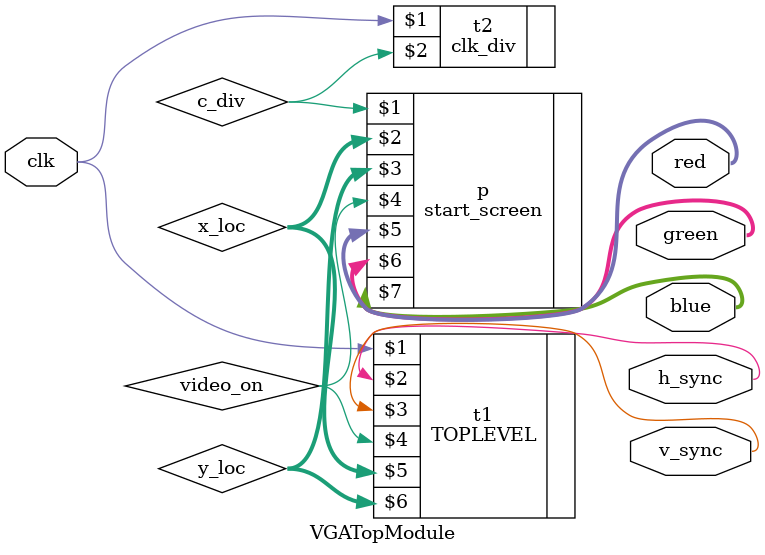
<source format=v>
`timescale 1ns / 1ps


module VGATopModule(
    input clk,
    output h_sync,
    output v_sync,
    output [3:0] red,
    output [3:0] green,
    output [3:0] blue
    );
    wire video_on;
    wire [9:0] x_loc;
    wire [9:0] y_loc;
    wire c_div;
    TOPLEVEL t1(clk,h_sync,v_sync,video_on,x_loc,y_loc);
    clk_div t2(clk, c_div);
    start_screen p(c_div, x_loc, y_loc, video_on, red, green, blue);
endmodule

</source>
